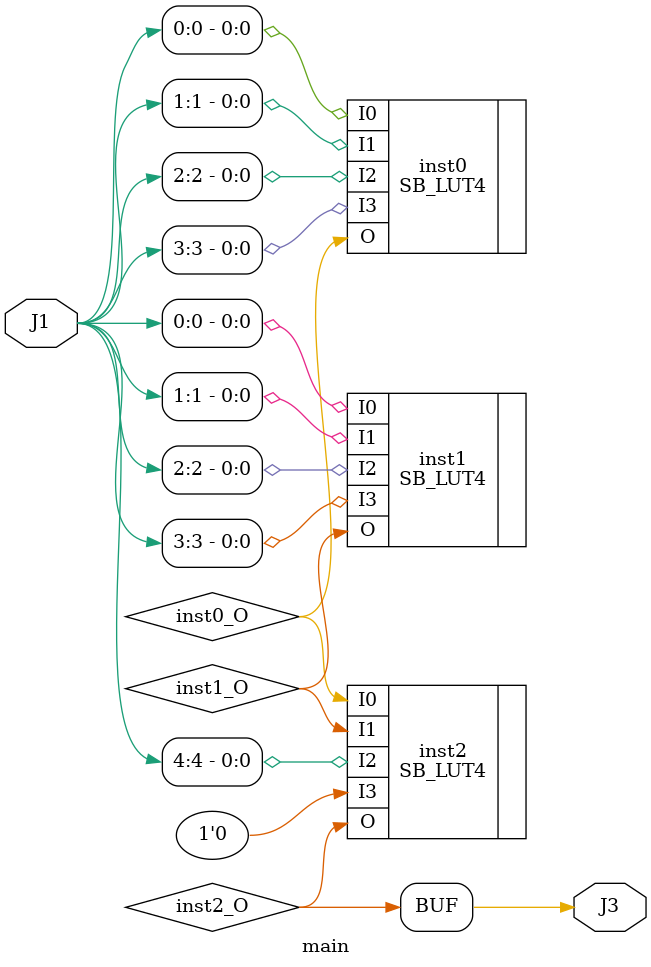
<source format=v>
module main (input [4:0] J1, output  J3);
wire  inst0_O;
wire  inst1_O;
wire  inst2_O;
SB_LUT4 #(.LUT_INIT(16'hAAAA)) inst0 (.I0(J1[0]), .I1(J1[1]), .I2(J1[2]), .I3(J1[3]), .O(inst0_O));
SB_LUT4 #(.LUT_INIT(16'hAAAA)) inst1 (.I0(J1[0]), .I1(J1[1]), .I2(J1[2]), .I3(J1[3]), .O(inst1_O));
SB_LUT4 #(.LUT_INIT(16'hCACA)) inst2 (.I0(inst0_O), .I1(inst1_O), .I2(J1[4]), .I3(1'b0), .O(inst2_O));
assign J3 = inst2_O;
endmodule


</source>
